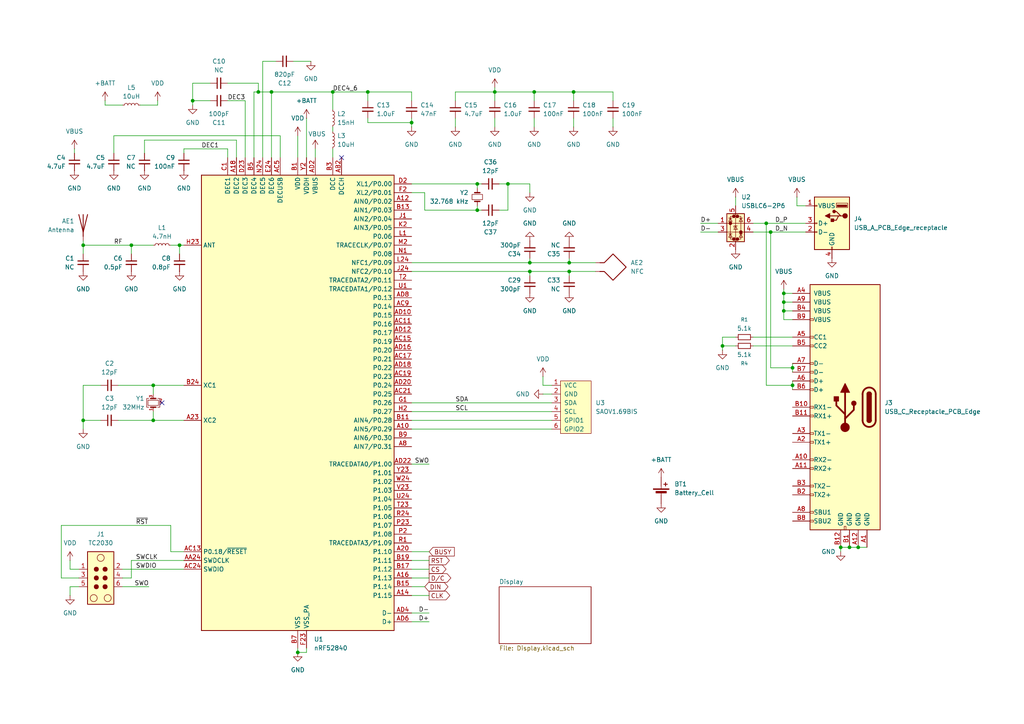
<source format=kicad_sch>
(kicad_sch (version 20250114) (generator "eeschema") (generator_version "9.0")
  (paper "A4")
  (lib_symbols
    (symbol "BooskieBadge:SAOV1.69BIS" (pin_names (offset 1.016))
      (property "Reference" "U3" (at 13.4112 1.2954 0))
      (property "Value" "SAO_v2" (at 13.4112 -1.016 0))
      (symbol "SAOV1.69BIS_1_1"
        (pin input line (at 1.27 6.35 0) (length 2.54) (name "VCC") (number "1"))
        (pin input line (at 1.27 3.81 0) (length 2.54) (name "GND") (number "2"))
        (pin input line (at 1.27 1.27 0) (length 2.54) (name "SDA") (number "3"))
        (pin input line (at 1.27 -1.27 0) (length 2.54) (name "SCL") (number "4"))
        (pin input line (at 1.27 -3.81 0) (length 2.54) (name "GPIO1") (number "5"))
        (pin input line (at 1.27 -6.35 0) (length 2.54) (name "GPIO2") (number "6"))
      )
    )
    (symbol "BooskieBadge:USB_A_PCB_Edge_receptacle" (pin_names (offset 1.016))
      (property "Reference" "J" (at -5.08 11.43 0))
      (property "Value" "USB_A_PCB_Edge_receptacle" (at -5.08 8.89 0))
      (symbol "USB_A_PCB_Edge_receptacle_1_1"
        (pin passive line (at -2.54 -10.16 90) (length 2.54) (hide yes) (name "Shield") (number "5"))
        (pin power_in line (at 0 -10.16 90) (length 2.54) (name "GND") (number "4"))
        (pin power_in line (at 7.62 5.08 180) (length 2.54) (name "VBUS") (number "1"))
        (pin bidirectional line (at 7.62 0 180) (length 2.54) (name "D+") (number "3"))
        (pin bidirectional line (at 7.62 -2.54 180) (length 2.54) (name "D-") (number "2"))
      )
    )
    (symbol "BooskieBadge:USB_C_Receptacle_PCB_Edge" (pin_names (offset 1.016))
      (property "Reference" "J" (at -10.16 37.338 0))
      (property "Value" "USB_C_Receptacle_PCB_Edge" (at 17.78 -37.592 0))
      (symbol "USB_C_Receptacle_PCB_Edge_1_1"
        (pin passive line (at -16.51 -38.1 90) (length 5.08) (hide yes) (name "SHIELD") (number "S1"))
        (pin passive line (at -6.35 -40.64 90) (length 5.08) (name "GND") (number "A1"))
        (pin passive line (at -3.81 -40.64 90) (length 5.08) (name "GND") (number "A12"))
        (pin passive line (at -1.27 -40.64 90) (length 5.08) (name "GND") (number "B1"))
        (pin passive line (at 1.27 -40.64 90) (length 5.08) (name "GND") (number "B12"))
        (pin passive line (at 15.24 33.02 180) (length 5.08) (name "VBUS") (number "A4"))
        (pin passive line (at 15.24 30.48 180) (length 5.08) (name "VBUS") (number "A9"))
        (pin passive line (at 15.24 27.94 180) (length 5.08) (name "VBUS") (number "B4"))
        (pin passive line (at 15.24 25.4 180) (length 5.08) (name "VBUS") (number "B9"))
        (pin bidirectional line (at 15.24 20.32 180) (length 5.08) (name "CC1") (number "A5"))
        (pin bidirectional line (at 15.24 17.78 180) (length 5.08) (name "CC2") (number "B5"))
        (pin bidirectional line (at 15.24 12.7 180) (length 5.08) (name "D-") (number "A7"))
        (pin bidirectional line (at 15.24 10.16 180) (length 5.08) (name "D-") (number "B7"))
        (pin bidirectional line (at 15.24 7.62 180) (length 5.08) (name "D+") (number "A6"))
        (pin bidirectional line (at 15.24 5.08 180) (length 5.08) (name "D+") (number "B6"))
        (pin bidirectional line (at 15.24 0 180) (length 5.08) (name "RX1-") (number "B10"))
        (pin bidirectional line (at 15.24 -2.54 180) (length 5.08) (name "RX1+") (number "B11"))
        (pin bidirectional line (at 15.24 -7.62 180) (length 5.08) (name "TX1-") (number "A3"))
        (pin bidirectional line (at 15.24 -10.16 180) (length 5.08) (name "TX1+") (number "A2"))
        (pin bidirectional line (at 15.24 -15.24 180) (length 5.08) (name "RX2-") (number "A10"))
        (pin bidirectional line (at 15.24 -17.78 180) (length 5.08) (name "RX2+") (number "A11"))
        (pin bidirectional line (at 15.24 -22.86 180) (length 5.08) (name "TX2-") (number "B3"))
        (pin bidirectional line (at 15.24 -25.4 180) (length 5.08) (name "TX2+") (number "B2"))
        (pin bidirectional line (at 15.24 -30.48 180) (length 5.08) (name "SBU1") (number "A8"))
        (pin bidirectional line (at 15.24 -33.02 180) (length 5.08) (name "SBU2") (number "B8"))
      )
    )
    (symbol "Connector:TC2030" (in_bom no)
      (property "Reference" "J" (at 1.27 8.89 0))
      (property "Value" "TC2030" (at 1.27 -8.89 0))
      (symbol "TC2030_1_1"
        (pin passive line (at -5.08 2.54 0) (length 2.54) (name "~") (number "1"))
        (pin passive line (at -5.08 0 0) (length 2.54) (name "~") (number "3"))
        (pin passive line (at -5.08 -2.54 0) (length 2.54) (name "~") (number "5"))
        (pin passive line (at 7.62 2.54 180) (length 2.54) (name "~") (number "2"))
        (pin passive line (at 7.62 0 180) (length 2.54) (name "~") (number "4"))
        (pin passive line (at 7.62 -2.54 180) (length 2.54) (name "~") (number "6"))
      )
    )
    (symbol "Device:Antenna" (pin_numbers (hide yes)) (pin_names (offset 1.016) (hide yes))
      (property "Reference" "AE" (at -1.905 1.905 0))
      (property "Value" "Antenna" (at -1.905 0 0))
      (symbol "Antenna_1_1"
        (pin input line (at 0 -5.08 90) (length 2.54) (name "A") (number "1"))
      )
    )
    (symbol "Device:Antenna_Loop" (pin_numbers (hide yes)) (pin_names (offset 1.016) (hide yes))
      (property "Reference" "AE" (at 1.27 6.35 0))
      (property "Value" "Antenna_Loop" (at 1.27 5.08 0))
      (symbol "Antenna_Loop_1_1"
        (pin input line (at 0 -5.08 90) (length 2.54) (name "~") (number "1"))
        (pin input line (at 2.54 -5.08 90) (length 2.54) (name "~") (number "2"))
      )
    )
    (symbol "Device:Battery_Cell" (pin_numbers (hide yes)) (pin_names (offset 0) (hide yes))
      (property "Reference" "BT" (at 2.54 2.54 0))
      (property "Value" "Battery_Cell" (at 2.54 0 0))
      (symbol "Battery_Cell_1_1"
        (pin passive line (at 0 5.08 270) (length 2.54) (name "+") (number "1"))
        (pin passive line (at 0 -2.54 90) (length 2.54) (name "-") (number "2"))
      )
    )
    (symbol "Device:C_Small" (pin_numbers (hide yes)) (pin_names (offset 0.254) (hide yes))
      (property "Reference" "C" (at 0.254 1.778 0))
      (property "Value" "C_Small" (at 0.254 -2.032 0))
      (symbol "C_Small_1_1"
        (pin passive line (at 0 2.54 270) (length 2.032) (name "~") (number "1"))
        (pin passive line (at 0 -2.54 90) (length 2.032) (name "~") (number "2"))
      )
    )
    (symbol "Device:Crystal_GND24_Small" (pin_names (offset 1.016) (hide yes))
      (property "Reference" "Y" (at 1.27 4.445 0))
      (property "Value" "Crystal_GND24_Small" (at 1.27 2.54 0))
      (symbol "Crystal_GND24_Small_1_1"
        (pin passive line (at -2.54 0 0) (length 1.27) (name "1") (number "1"))
        (pin passive line (at 0 -2.54 90) (length 0.635) (name "G") (number "2"))
        (pin passive line (at 0 -2.54 90) (length 0.635) (hide yes) (name "G") (number "4"))
        (pin passive line (at 2.54 0 180) (length 1.27) (name "3") (number "3"))
      )
    )
    (symbol "Device:Crystal_Small" (pin_numbers (hide yes)) (pin_names (offset 1.016) (hide yes))
      (property "Reference" "Y" (at 0 2.54 0))
      (property "Value" "Crystal_Small" (at 0 -2.54 0))
      (symbol "Crystal_Small_1_1"
        (pin passive line (at -2.54 0 0) (length 1.27) (name "1") (number "1"))
        (pin passive line (at 2.54 0 180) (length 1.27) (name "2") (number "2"))
      )
    )
    (symbol "Device:L_Small" (pin_numbers (hide yes)) (pin_names (offset 0.254) (hide yes))
      (property "Reference" "L" (at 0.762 1.016 0))
      (property "Value" "L_Small" (at 0.762 -1.016 0))
      (symbol "L_Small_1_1"
        (pin passive line (at 0 2.54 270) (length 0.508) (name "~") (number "1"))
        (pin passive line (at 0 -2.54 90) (length 0.508) (name "~") (number "2"))
      )
    )
    (symbol "Device:R_Small" (pin_numbers (hide yes)) (pin_names (offset 0.254) (hide yes))
      (property "Reference" "R" (at 0 0 90))
      (property "Value" "R_Small" (at 1.778 0 90))
      (symbol "R_Small_1_1"
        (pin passive line (at 0 2.54 270) (length 0.762) (name "~") (number "1"))
        (pin passive line (at 0 -2.54 90) (length 0.762) (name "~") (number "2"))
      )
    )
    (symbol "MCU_Nordic:nRF52840"
      (property "Reference" "U" (at 0 5.08 0))
      (property "Value" "nRF52840" (at 0 2.54 0))
      (symbol "nRF52840_1_1"
        (pin passive line (at -33.02 45.72 0) (length 5.08) (name "ANT") (number "H23"))
        (pin input line (at -33.02 5.08 0) (length 5.08) (name "XC1") (number "B24"))
        (pin input line (at -33.02 -5.08 0) (length 5.08) (name "XC2") (number "A23"))
        (pin bidirectional line (at -33.02 -43.18 0) (length 5.08) (name "P0.18/~{RESET}") (number "AC13"))
        (pin input line (at -33.02 -45.72 0) (length 5.08) (name "SWDCLK") (number "AA24"))
        (pin bidirectional line (at -33.02 -48.26 0) (length 5.08) (name "SWDIO") (number "AC24"))
        (pin passive line (at -20.32 71.12 270) (length 5.08) (name "DEC1") (number "C1"))
        (pin passive line (at -17.78 71.12 270) (length 5.08) (name "DEC2") (number "A18"))
        (pin passive line (at -15.24 71.12 270) (length 5.08) (name "DEC3") (number "D23"))
        (pin passive line (at -12.7 71.12 270) (length 5.08) (name "DEC4") (number "B5"))
        (pin passive line (at -10.16 71.12 270) (length 5.08) (name "DEC5") (number "N24"))
        (pin passive line (at -7.62 71.12 270) (length 5.08) (name "DEC6") (number "E24"))
        (pin passive line (at -5.08 71.12 270) (length 5.08) (name "DECUSB") (number "AC5"))
        (pin passive line (at 0 71.12 270) (length 5.08) (hide yes) (name "VDD") (number "A22"))
        (pin passive line (at 0 71.12 270) (length 5.08) (hide yes) (name "VDD") (number "AD14"))
        (pin passive line (at 0 71.12 270) (length 5.08) (hide yes) (name "VDD") (number "AD23"))
        (pin power_in line (at 0 71.12 270) (length 5.08) (name "VDD") (number "B1"))
        (pin passive line (at 0 71.12 270) (length 5.08) (hide yes) (name "VDD") (number "W1"))
        (pin power_in line (at 0 -71.12 90) (length 5.08) (name "VSS") (number "B7"))
        (pin passive line (at 0 -71.12 90) (length 5.08) (hide yes) (name "VSS") (number "EP"))
        (pin power_in line (at 2.54 71.12 270) (length 5.08) (name "VDDH") (number "Y2"))
        (pin power_in line (at 2.54 -71.12 90) (length 5.08) (name "VSS_PA") (number "F23"))
        (pin power_in line (at 5.08 71.12 270) (length 5.08) (name "VBUS") (number "AD2"))
        (pin power_out line (at 10.16 71.12 270) (length 5.08) (name "DCC") (number "B3"))
        (pin power_out line (at 12.7 71.12 270) (length 5.08) (name "DCCH") (number "AB2"))
        (pin bidirectional line (at 33.02 63.5 180) (length 5.08) (name "XL1/P0.00") (number "D2"))
        (pin bidirectional line (at 33.02 60.96 180) (length 5.08) (name "XL2/P0.01") (number "F2"))
        (pin bidirectional line (at 33.02 58.42 180) (length 5.08) (name "AIN0/P0.02") (number "A12"))
        (pin bidirectional line (at 33.02 55.88 180) (length 5.08) (name "AIN1/P0.03") (number "B13"))
        (pin bidirectional line (at 33.02 53.34 180) (length 5.08) (name "AIN2/P0.04") (number "J1"))
        (pin bidirectional line (at 33.02 50.8 180) (length 5.08) (name "AIN3/P0.05") (number "K2"))
        (pin bidirectional line (at 33.02 48.26 180) (length 5.08) (name "P0.06") (number "L1"))
        (pin bidirectional line (at 33.02 45.72 180) (length 5.08) (name "TRACECLK/P0.07") (number "M2"))
        (pin bidirectional line (at 33.02 43.18 180) (length 5.08) (name "P0.08") (number "N1"))
        (pin bidirectional line (at 33.02 40.64 180) (length 5.08) (name "NFC1/P0.09") (number "L24"))
        (pin bidirectional line (at 33.02 38.1 180) (length 5.08) (name "NFC2/P0.10") (number "J24"))
        (pin bidirectional line (at 33.02 35.56 180) (length 5.08) (name "TRACEDATA2/P0.11") (number "T2"))
        (pin bidirectional line (at 33.02 33.02 180) (length 5.08) (name "TRACEDATA1/P0.12") (number "U1"))
        (pin bidirectional line (at 33.02 30.48 180) (length 5.08) (name "P0.13") (number "AD8"))
        (pin bidirectional line (at 33.02 27.94 180) (length 5.08) (name "P0.14") (number "AC9"))
        (pin bidirectional line (at 33.02 25.4 180) (length 5.08) (name "P0.15") (number "AD10"))
        (pin bidirectional line (at 33.02 22.86 180) (length 5.08) (name "P0.16") (number "AC11"))
        (pin bidirectional line (at 33.02 20.32 180) (length 5.08) (name "P0.17") (number "AD12"))
        (pin bidirectional line (at 33.02 17.78 180) (length 5.08) (name "P0.19") (number "AC15"))
        (pin bidirectional line (at 33.02 15.24 180) (length 5.08) (name "P0.20") (number "AD16"))
        (pin bidirectional line (at 33.02 12.7 180) (length 5.08) (name "P0.21") (number "AC17"))
        (pin bidirectional line (at 33.02 10.16 180) (length 5.08) (name "P0.22") (number "AD18"))
        (pin bidirectional line (at 33.02 7.62 180) (length 5.08) (name "P0.23") (number "AC19"))
        (pin bidirectional line (at 33.02 5.08 180) (length 5.08) (name "P0.24") (number "AD20"))
        (pin bidirectional line (at 33.02 2.54 180) (length 5.08) (name "P0.25") (number "AC21"))
        (pin bidirectional line (at 33.02 0 180) (length 5.08) (name "P0.26") (number "G1"))
        (pin bidirectional line (at 33.02 -2.54 180) (length 5.08) (name "P0.27") (number "H2"))
        (pin bidirectional line (at 33.02 -5.08 180) (length 5.08) (name "AIN4/P0.28") (number "B11"))
        (pin bidirectional line (at 33.02 -7.62 180) (length 5.08) (name "AIN5/P0.29") (number "A10"))
        (pin bidirectional line (at 33.02 -10.16 180) (length 5.08) (name "AIN6/P0.30") (number "B9"))
        (pin bidirectional line (at 33.02 -12.7 180) (length 5.08) (name "AIN7/P0.31") (number "A8"))
        (pin bidirectional line (at 33.02 -17.78 180) (length 5.08) (name "TRACEDATA0/P1.00") (number "AD22"))
        (pin bidirectional line (at 33.02 -20.32 180) (length 5.08) (name "P1.01") (number "Y23"))
        (pin bidirectional line (at 33.02 -22.86 180) (length 5.08) (name "P1.02") (number "W24"))
        (pin bidirectional line (at 33.02 -25.4 180) (length 5.08) (name "P1.03") (number "V23"))
        (pin bidirectional line (at 33.02 -27.94 180) (length 5.08) (name "P1.04") (number "U24"))
        (pin bidirectional line (at 33.02 -30.48 180) (length 5.08) (name "P1.05") (number "T23"))
        (pin bidirectional line (at 33.02 -33.02 180) (length 5.08) (name "P1.06") (number "R24"))
        (pin bidirectional line (at 33.02 -35.56 180) (length 5.08) (name "P1.07") (number "P23"))
        (pin bidirectional line (at 33.02 -38.1 180) (length 5.08) (name "P1.08") (number "P2"))
        (pin bidirectional line (at 33.02 -40.64 180) (length 5.08) (name "TRACEDATA3/P1.09") (number "R1"))
        (pin bidirectional line (at 33.02 -43.18 180) (length 5.08) (name "P1.10") (number "A20"))
        (pin bidirectional line (at 33.02 -45.72 180) (length 5.08) (name "P1.11") (number "B19"))
        (pin bidirectional line (at 33.02 -48.26 180) (length 5.08) (name "P1.12") (number "B17"))
        (pin bidirectional line (at 33.02 -50.8 180) (length 5.08) (name "P1.13") (number "A16"))
        (pin bidirectional line (at 33.02 -53.34 180) (length 5.08) (name "P1.14") (number "B15"))
        (pin bidirectional line (at 33.02 -55.88 180) (length 5.08) (name "P1.15") (number "A14"))
        (pin bidirectional line (at 33.02 -60.96 180) (length 5.08) (name "D-") (number "AD4"))
        (pin bidirectional line (at 33.02 -63.5 180) (length 5.08) (name "D+") (number "AD6"))
      )
    )
    (symbol "Power_Protection:USBLC6-2P6" (pin_names (hide yes))
      (property "Reference" "U" (at 0.635 5.715 0))
      (property "Value" "USBLC6-2P6" (at 0.635 3.81 0))
      (symbol "USBLC6-2P6_1_1"
        (pin passive line (at -5.08 0 0) (length 2.54) (name "I/O1") (number "1"))
        (pin passive line (at -5.08 -2.54 0) (length 2.54) (name "I/O2") (number "3"))
        (pin passive line (at 0 5.08 270) (length 2.54) (name "VBUS") (number "5"))
        (pin passive line (at 0 -7.62 90) (length 2.54) (name "GND") (number "2"))
        (pin passive line (at 5.08 0 180) (length 2.54) (name "I/O1") (number "6"))
        (pin passive line (at 5.08 -2.54 180) (length 2.54) (name "I/O2") (number "4"))
      )
    )
    (symbol "power:+BATT" (power) (pin_numbers (hide yes)) (pin_names (offset 0) (hide yes))
      (property "Value" "+BATT" (at 0 3.556 0))
      (symbol "+BATT_1_1"
        (pin power_in line (at 0 0 90) (length 0) (name "~") (number "1"))
      )
    )
    (symbol "power:GND" (power) (pin_numbers (hide yes)) (pin_names (offset 0) (hide yes))
      (property "Value" "GND" (at 0 -3.81 0))
      (symbol "GND_1_1"
        (pin power_in line (at 0 0 270) (length 0) (name "~") (number "1"))
      )
    )
    (symbol "power:VBUS" (power) (pin_numbers (hide yes)) (pin_names (offset 0) (hide yes))
      (property "Value" "VBUS" (at 0 3.556 0))
      (symbol "VBUS_1_1"
        (pin power_in line (at 0 0 90) (length 0) (name "~") (number "1"))
      )
    )
    (symbol "power:VDD" (power) (pin_numbers (hide yes)) (pin_names (offset 0) (hide yes))
      (property "Value" "VDD" (at 0 3.556 0))
      (symbol "VDD_1_1"
        (pin power_in line (at 0 0 90) (length 0) (name "~") (number "1"))
      )
    )
  )
  (junction (at 138.43 60.96))
  (junction (at 229.87 106.68))
  (junction (at 223.52 67.31))
  (junction (at 55.88 29.21))
  (junction (at 229.87 111.76))
  (junction (at 86.36 189.23))
  (junction (at 243.84 158.75))
  (junction (at 74.93 26.67))
  (junction (at 222.25 64.77))
  (junction (at 106.68 26.67))
  (junction (at 52.07 71.12))
  (junction (at 248.92 158.75))
  (junction (at 143.51 26.67))
  (junction (at 44.45 121.92))
  (junction (at 209.55 100.33))
  (junction (at 138.43 53.34))
  (junction (at 165.1 76.2))
  (junction (at 44.45 111.76))
  (junction (at 96.52 26.67))
  (junction (at 24.13 121.92))
  (junction (at 246.38 158.75))
  (junction (at 38.1 71.12))
  (junction (at 119.38 35.56))
  (junction (at 227.33 90.17))
  (junction (at 154.94 26.67))
  (junction (at 166.37 26.67))
  (junction (at 24.13 71.12))
  (junction (at 147.32 53.34))
  (junction (at 153.67 76.2))
  (junction (at 78.74 26.67))
  (junction (at 227.33 87.63))
  (junction (at 165.1 78.74))
  (junction (at 153.67 78.74))
  (junction (at 227.33 85.09))
  (no_connect (at 46.99 116.84))
  (no_connect (at 99.06 45.72))
  (wire (pts (xy 49.53 71.12) (xy 52.07 71.12)))
  (wire (pts (xy 60.96 24.13) (xy 55.88 24.13)))
  (wire (pts (xy 119.38 119.38) (xy 160.02 119.38)))
  (wire (pts (xy 17.78 152.4) (xy 49.53 152.4)))
  (wire (pts (xy 119.38 172.72) (xy 124.46 172.72)))
  (wire (pts (xy 119.38 162.56) (xy 124.46 162.56)))
  (wire (pts (xy 33.02 39.37) (xy 33.02 44.45)))
  (wire (pts (xy 55.88 30.48) (xy 55.88 29.21)))
  (wire (pts (xy 229.87 106.68) (xy 229.87 107.95)))
  (wire (pts (xy 24.13 71.12) (xy 38.1 71.12)))
  (wire (pts (xy 66.04 29.21) (xy 71.12 29.21)))
  (wire (pts (xy 44.45 121.92) (xy 44.45 119.38)))
  (wire (pts (xy 71.12 29.21) (xy 71.12 45.72)))
  (wire (pts (xy 203.2 64.77) (xy 208.28 64.77)))
  (wire (pts (xy 157.48 111.76) (xy 157.48 109.22)))
  (wire (pts (xy 227.33 90.17) (xy 227.33 92.71)))
  (wire (pts (xy 38.1 73.66) (xy 38.1 71.12)))
  (wire (pts (xy 227.33 87.63) (xy 229.87 87.63)))
  (wire (pts (xy 55.88 24.13) (xy 55.88 29.21)))
  (wire (pts (xy 144.78 53.34) (xy 147.32 53.34)))
  (wire (pts (xy 172.72 78.74) (xy 165.1 78.74)))
  (wire (pts (xy 66.04 43.18) (xy 66.04 45.72)))
  (wire (pts (xy 124.46 134.62) (xy 119.38 134.62)))
  (wire (pts (xy 78.74 26.67) (xy 96.52 26.67)))
  (wire (pts (xy 222.25 64.77) (xy 233.68 64.77)))
  (wire (pts (xy 106.68 26.67) (xy 96.52 26.67)))
  (wire (pts (xy 86.36 39.37) (xy 86.36 45.72)))
  (wire (pts (xy 33.02 39.37) (xy 81.28 39.37)))
  (wire (pts (xy 90.17 17.78) (xy 85.09 17.78)))
  (wire (pts (xy 153.67 78.74) (xy 153.67 80.01)))
  (wire (pts (xy 49.53 160.02) (xy 53.34 160.02)))
  (wire (pts (xy 20.32 172.72) (xy 20.32 170.18)))
  (wire (pts (xy 44.45 111.76) (xy 44.45 114.3)))
  (wire (pts (xy 52.07 71.12) (xy 53.34 71.12)))
  (wire (pts (xy 243.84 158.75) (xy 246.38 158.75)))
  (wire (pts (xy 119.38 55.88) (xy 123.19 55.88)))
  (wire (pts (xy 147.32 60.96) (xy 144.78 60.96)))
  (wire (pts (xy 106.68 34.29) (xy 106.68 35.56)))
  (wire (pts (xy 74.93 26.67) (xy 74.93 24.13)))
  (wire (pts (xy 74.93 24.13) (xy 66.04 24.13)))
  (wire (pts (xy 172.72 76.2) (xy 165.1 76.2)))
  (wire (pts (xy 227.33 83.82) (xy 227.33 85.09)))
  (wire (pts (xy 73.66 26.67) (xy 74.93 26.67)))
  (wire (pts (xy 119.38 76.2) (xy 153.67 76.2)))
  (wire (pts (xy 227.33 85.09) (xy 229.87 85.09)))
  (wire (pts (xy 41.91 40.64) (xy 68.58 40.64)))
  (wire (pts (xy 154.94 26.67) (xy 166.37 26.67)))
  (wire (pts (xy 17.78 167.64) (xy 17.78 152.4)))
  (wire (pts (xy 231.14 57.15) (xy 231.14 59.69)))
  (wire (pts (xy 203.2 67.31) (xy 208.28 67.31)))
  (wire (pts (xy 119.38 29.21) (xy 119.38 26.67)))
  (wire (pts (xy 34.29 111.76) (xy 44.45 111.76)))
  (wire (pts (xy 209.55 100.33) (xy 209.55 97.79)))
  (wire (pts (xy 165.1 74.93) (xy 165.1 76.2)))
  (wire (pts (xy 35.56 165.1) (xy 53.34 165.1)))
  (wire (pts (xy 43.18 170.18) (xy 35.56 170.18)))
  (wire (pts (xy 30.48 29.21) (xy 30.48 30.48)))
  (wire (pts (xy 165.1 78.74) (xy 153.67 78.74)))
  (wire (pts (xy 132.08 26.67) (xy 143.51 26.67)))
  (wire (pts (xy 76.2 17.78) (xy 80.01 17.78)))
  (wire (pts (xy 227.33 92.71) (xy 229.87 92.71)))
  (wire (pts (xy 229.87 106.68) (xy 223.52 106.68)))
  (wire (pts (xy 119.38 26.67) (xy 106.68 26.67)))
  (wire (pts (xy 24.13 73.66) (xy 24.13 71.12)))
  (wire (pts (xy 119.38 121.92) (xy 160.02 121.92)))
  (wire (pts (xy 24.13 121.92) (xy 24.13 111.76)))
  (wire (pts (xy 76.2 45.72) (xy 76.2 17.78)))
  (wire (pts (xy 154.94 36.83) (xy 154.94 34.29)))
  (wire (pts (xy 30.48 30.48) (xy 35.56 30.48)))
  (wire (pts (xy 24.13 69.85) (xy 24.13 71.12)))
  (wire (pts (xy 223.52 106.68) (xy 223.52 67.31)))
  (wire (pts (xy 243.84 158.75) (xy 243.84 160.02)))
  (wire (pts (xy 106.68 26.67) (xy 106.68 29.21)))
  (wire (pts (xy 138.43 53.34) (xy 139.7 53.34)))
  (wire (pts (xy 229.87 111.76) (xy 222.25 111.76)))
  (wire (pts (xy 119.38 170.18) (xy 123.19 170.18)))
  (wire (pts (xy 231.14 59.69) (xy 233.68 59.69)))
  (wire (pts (xy 154.94 26.67) (xy 143.51 26.67)))
  (wire (pts (xy 119.38 35.56) (xy 119.38 36.83)))
  (wire (pts (xy 138.43 60.96) (xy 138.43 59.69)))
  (wire (pts (xy 227.33 87.63) (xy 227.33 90.17)))
  (wire (pts (xy 52.07 71.12) (xy 52.07 73.66)))
  (wire (pts (xy 143.51 26.67) (xy 143.51 25.4)))
  (wire (pts (xy 119.38 116.84) (xy 160.02 116.84)))
  (wire (pts (xy 106.68 35.56) (xy 119.38 35.56)))
  (wire (pts (xy 227.33 90.17) (xy 229.87 90.17)))
  (wire (pts (xy 218.44 64.77) (xy 222.25 64.77)))
  (wire (pts (xy 34.29 121.92) (xy 44.45 121.92)))
  (wire (pts (xy 246.38 158.75) (xy 248.92 158.75)))
  (wire (pts (xy 88.9 34.29) (xy 88.9 45.72)))
  (wire (pts (xy 20.32 170.18) (xy 22.86 170.18)))
  (wire (pts (xy 154.94 29.21) (xy 154.94 26.67)))
  (wire (pts (xy 209.55 97.79) (xy 213.36 97.79)))
  (wire (pts (xy 124.46 180.34) (xy 119.38 180.34)))
  (wire (pts (xy 153.67 53.34) (xy 147.32 53.34)))
  (wire (pts (xy 119.38 160.02) (xy 124.46 160.02)))
  (wire (pts (xy 124.46 177.8) (xy 119.38 177.8)))
  (wire (pts (xy 166.37 29.21) (xy 166.37 26.67)))
  (wire (pts (xy 74.93 26.67) (xy 78.74 26.67)))
  (wire (pts (xy 143.51 36.83) (xy 143.51 34.29)))
  (wire (pts (xy 96.52 26.67) (xy 96.52 31.75)))
  (wire (pts (xy 35.56 167.64) (xy 38.1 167.64)))
  (wire (pts (xy 78.74 26.67) (xy 78.74 45.72)))
  (wire (pts (xy 41.91 44.45) (xy 41.91 40.64)))
  (wire (pts (xy 53.34 44.45) (xy 53.34 43.18)))
  (wire (pts (xy 44.45 111.76) (xy 53.34 111.76)))
  (wire (pts (xy 119.38 167.64) (xy 124.46 167.64)))
  (wire (pts (xy 166.37 26.67) (xy 177.8 26.67)))
  (wire (pts (xy 24.13 121.92) (xy 29.21 121.92)))
  (wire (pts (xy 123.19 55.88) (xy 123.19 60.96)))
  (wire (pts (xy 218.44 67.31) (xy 223.52 67.31)))
  (wire (pts (xy 153.67 53.34) (xy 153.67 55.88)))
  (wire (pts (xy 218.44 97.79) (xy 229.87 97.79)))
  (wire (pts (xy 209.55 100.33) (xy 213.36 100.33)))
  (wire (pts (xy 138.43 54.61) (xy 138.43 53.34)))
  (wire (pts (xy 86.36 189.23) (xy 86.36 187.96)))
  (wire (pts (xy 177.8 29.21) (xy 177.8 26.67)))
  (wire (pts (xy 88.9 189.23) (xy 86.36 189.23)))
  (wire (pts (xy 81.28 39.37) (xy 81.28 45.72)))
  (wire (pts (xy 229.87 105.41) (xy 229.87 106.68)))
  (wire (pts (xy 22.86 165.1) (xy 20.32 165.1)))
  (wire (pts (xy 21.59 44.45) (xy 21.59 43.18)))
  (wire (pts (xy 227.33 85.09) (xy 227.33 87.63)))
  (wire (pts (xy 177.8 36.83) (xy 177.8 34.29)))
  (wire (pts (xy 53.34 121.92) (xy 44.45 121.92)))
  (wire (pts (xy 22.86 167.64) (xy 17.78 167.64)))
  (wire (pts (xy 123.19 60.96) (xy 138.43 60.96)))
  (wire (pts (xy 132.08 36.83) (xy 132.08 34.29)))
  (wire (pts (xy 119.38 53.34) (xy 138.43 53.34)))
  (wire (pts (xy 143.51 26.67) (xy 143.51 29.21)))
  (wire (pts (xy 38.1 71.12) (xy 44.45 71.12)))
  (wire (pts (xy 223.52 67.31) (xy 233.68 67.31)))
  (wire (pts (xy 73.66 45.72) (xy 73.66 26.67)))
  (wire (pts (xy 229.87 111.76) (xy 229.87 113.03)))
  (wire (pts (xy 138.43 60.96) (xy 139.7 60.96)))
  (wire (pts (xy 229.87 110.49) (xy 229.87 111.76)))
  (wire (pts (xy 68.58 40.64) (xy 68.58 45.72)))
  (wire (pts (xy 209.55 101.6) (xy 209.55 100.33)))
  (wire (pts (xy 213.36 57.15) (xy 213.36 59.69)))
  (wire (pts (xy 165.1 76.2) (xy 153.67 76.2)))
  (wire (pts (xy 153.67 76.2) (xy 153.67 74.93)))
  (wire (pts (xy 24.13 111.76) (xy 29.21 111.76)))
  (wire (pts (xy 96.52 36.83) (xy 96.52 38.1)))
  (wire (pts (xy 119.38 34.29) (xy 119.38 35.56)))
  (wire (pts (xy 119.38 124.46) (xy 160.02 124.46)))
  (wire (pts (xy 147.32 53.34) (xy 147.32 60.96)))
  (wire (pts (xy 91.44 43.18) (xy 91.44 45.72)))
  (wire (pts (xy 119.38 165.1) (xy 124.46 165.1)))
  (wire (pts (xy 96.52 43.18) (xy 96.52 45.72)))
  (wire (pts (xy 24.13 124.46) (xy 24.13 121.92)))
  (wire (pts (xy 20.32 165.1) (xy 20.32 162.56)))
  (wire (pts (xy 119.38 78.74) (xy 153.67 78.74)))
  (wire (pts (xy 38.1 167.64) (xy 38.1 162.56)))
  (wire (pts (xy 132.08 26.67) (xy 132.08 29.21)))
  (wire (pts (xy 166.37 36.83) (xy 166.37 34.29)))
  (wire (pts (xy 218.44 100.33) (xy 229.87 100.33)))
  (wire (pts (xy 49.53 152.4) (xy 49.53 160.02)))
  (wire (pts (xy 222.25 111.76) (xy 222.25 64.77)))
  (wire (pts (xy 53.34 43.18) (xy 66.04 43.18)))
  (wire (pts (xy 165.1 80.01) (xy 165.1 78.74)))
  (wire (pts (xy 88.9 187.96) (xy 88.9 189.23)))
  (wire (pts (xy 55.88 29.21) (xy 60.96 29.21)))
  (wire (pts (xy 157.48 114.3) (xy 160.02 114.3)))
  (wire (pts (xy 45.72 30.48) (xy 40.64 30.48)))
  (wire (pts (xy 38.1 162.56) (xy 53.34 162.56)))
  (wire (pts (xy 248.92 158.75) (xy 251.46 158.75)))
  (wire (pts (xy 160.02 111.76) (xy 157.48 111.76)))
  (wire (pts (xy 45.72 29.21) (xy 45.72 30.48)))
  (label "SDA" (at 132.08 116.84 0))
  (label "D-" (at 124.46 177.8 180))
  (label "SWO" (at 43.18 170.18 180))
  (label "DEC3" (at 71.12 29.21 180))
  (label "D-" (at 203.2 67.31 0))
  (label "DEC1" (at 58.42 43.18 0))
  (label "RF" (at 33.02 71.12 0))
  (label "SCL" (at 132.08 119.38 0))
  (label "DEC4_6" (at 96.52 26.67 0))
  (label "D+" (at 203.2 64.77 0))
  (label "D_P" (at 224.7878 64.77 0))
  (label "SWDIO" (at 39.37 165.1 0))
  (label "~{RST}" (at 39.37 152.4 0))
  (label "D+" (at 124.46 180.34 180))
  (label "SWCLK" (at 39.37 162.56 0))
  (label "D_N" (at 224.7878 67.31 0))
  (label "SWO" (at 124.46 134.62 180))
  (global_label "D{slash}C" (shape output) (at 124.46 167.64 0) (property "Intersheetrefs" "${INTERSHEET_REFS}" (effects (hide yes))))
  (global_label "BUSY" (shape input) (at 124.46 160.02 0) (property "Intersheetrefs" "${INTERSHEET_REFS}" (effects (hide yes))))
  (global_label "DIN" (shape bidirectional) (at 123.19 170.18 0) (property "Intersheetrefs" "${INTERSHEET_REFS}" (effects (hide yes))))
  (global_label "CS" (shape output) (at 124.46 165.1 0) (property "Intersheetrefs" "${INTERSHEET_REFS}" (effects (hide yes))))
  (global_label "CLK" (shape output) (at 124.46 172.72 0) (property "Intersheetrefs" "${INTERSHEET_REFS}" (effects (hide yes))))
  (global_label "RST" (shape output) (at 124.46 162.56 0) (property "Intersheetrefs" "${INTERSHEET_REFS}" (effects (hide yes))))
  (symbol (lib_id "Device:C_Small") (at 63.5 29.21 90) (mirror x) (unit 1)
    (property "Reference" "C11" (at 63.5063 35.56 90))
    (property "Value" "100pF" (at 63.5063 33.02 90))
    (property "Footprint" "Capacitor_SMD:C_0402_1005Metric" (effects (hide yes)))
    (property "Description" "Unpolarized capacitor, small symbol" (effects (hide yes)))
  )
  (symbol (lib_id "power:GND") (at 24.13 78.74 0) (unit 1)
    (property "Reference" "#PWR02" (effects (hide yes)))
    (property "Value" "GND" (at 24.13 83.82 0))
    (property "Description" "Power symbol creates a global label with name \"GND\" , ground" (effects (hide yes)))
  )
  (symbol (lib_id "power:GND") (at 153.67 85.09 0) (unit 1)
    (property "Reference" "#PWR045" (effects (hide yes)))
    (property "Value" "GND" (at 153.67 90.17 0))
    (property "Description" "Power symbol creates a global label with name \"GND\" , ground" (effects (hide yes)))
  )
  (symbol (lib_id "power:GND") (at 55.88 30.48 0) (mirror y) (unit 1)
    (property "Reference" "#PWR010" (effects (hide yes)))
    (property "Value" "GND" (at 55.88 35.56 0))
    (property "Description" "Power symbol creates a global label with name \"GND\" , ground" (effects (hide yes)))
  )
  (symbol (lib_id "Device:C_Small") (at 177.8 31.75 0) (unit 1)
    (property "Reference" "C19" (at 180.34 30.4862 0) (effects (justify left)))
    (property "Value" "100nF" (at 180.34 33.0262 0) (effects (justify left)))
    (property "Footprint" "Capacitor_SMD:C_0402_1005Metric" (effects (hide yes)))
    (property "Description" "Unpolarized capacitor, small symbol" (effects (hide yes)))
  )
  (symbol (lib_id "power:GND") (at 213.36 72.39 0) (unit 1)
    (property "Reference" "#PWR053" (effects (hide yes)))
    (property "Value" "GND" (at 213.36 77.47 0))
    (property "Description" "Power symbol creates a global label with name \"GND\" , ground" (effects (hide yes)))
  )
  (symbol (lib_id "MCU_Nordic:nRF52840") (at 86.36 116.84 0) (unit 1)
    (property "Reference" "U1" (at 91.0433 185.42 0) (effects (justify left)))
    (property "Value" "nRF52840" (at 91.0433 187.96 0) (effects (justify left)))
    (property "Footprint" "Package_DFN_QFN:Nordic_AQFN-73-1EP_7x7mm_P0.5mm" (effects (hide yes)))
    (property "Datasheet" "http://infocenter.nordicsemi.com/topic/com.nordic.infocenter.nrf52/dita/nrf52/chips/nrf52840.html" (effects (hide yes)))
    (property "Description" "Multiprotocol BLE/ANT/2.4 GHz/802.15.4 Cortex-M4F SoC, AQFN-73" (effects (hide yes)))
  )
  (symbol (lib_id "Device:L_Small") (at 46.99 71.12 90) (unit 1)
    (property "Reference" "L1" (at 46.99 66.04 90))
    (property "Value" "4.7nH" (at 46.99 68.58 90))
    (property "Footprint" "Inductor_SMD:L_0402_1005Metric" (effects (hide yes)))
    (property "Description" "Inductor, small symbol" (effects (hide yes)))
  )
  (symbol (lib_id "power:VBUS") (at 231.14 57.15 0) (mirror y) (unit 1)
    (property "Reference" "#PWR050" (effects (hide yes)))
    (property "Value" "VBUS" (at 231.14 52.07 0))
    (property "Description" "Power symbol creates a global label with name \"VBUS\"" (effects (hide yes)))
  )
  (symbol (lib_id "Device:C_Small") (at 106.68 31.75 0) (unit 1)
    (property "Reference" "C13" (at 109.22 30.4862 0) (effects (justify left)))
    (property "Value" "1.0uF" (at 109.22 33.0262 0) (effects (justify left)))
    (property "Footprint" "Capacitor_SMD:C_0603_1608Metric" (effects (hide yes)))
    (property "Description" "Unpolarized capacitor, small symbol" (effects (hide yes)))
  )
  (symbol (lib_id "power:VDD") (at 45.72 29.21 0) (unit 1)
    (property "Reference" "#PWR042" (effects (hide yes)))
    (property "Value" "VDD" (at 45.72 24.13 0))
    (property "Description" "Power symbol creates a global label with name \"VDD\"" (effects (hide yes)))
  )
  (symbol (lib_id "Device:C_Small") (at 154.94 31.75 0) (unit 1)
    (property "Reference" "C17" (at 157.48 30.4862 0) (effects (justify left)))
    (property "Value" "100nF" (at 157.48 33.0262 0) (effects (justify left)))
    (property "Footprint" "Capacitor_SMD:C_0402_1005Metric" (effects (hide yes)))
    (property "Description" "Unpolarized capacitor, small symbol" (effects (hide yes)))
  )
  (symbol (lib_id "Device:C_Small") (at 142.24 53.34 90) (unit 1)
    (property "Reference" "C36" (at 142.2463 46.99 90))
    (property "Value" "12pF" (at 142.2463 49.53 90))
    (property "Footprint" "Capacitor_SMD:C_0402_1005Metric" (effects (hide yes)))
    (property "Description" "Unpolarized capacitor, small symbol" (effects (hide yes)))
  )
  (symbol (lib_id "power:GND") (at 241.3 74.93 0) (unit 1)
    (property "Reference" "#PWR049" (effects (hide yes)))
    (property "Value" "GND" (at 241.3 80.01 0))
    (property "Description" "Power symbol creates a global label with name \"GND\" , ground" (effects (hide yes)))
  )
  (symbol (lib_id "power:GND") (at 191.77 146.05 0) (unit 1)
    (property "Reference" "#PWR061" (effects (hide yes)))
    (property "Value" "GND" (at 191.77 151.13 0))
    (property "Description" "Power symbol creates a global label with name \"GND\" , ground" (effects (hide yes)))
  )
  (symbol (lib_id "power:GND") (at 20.32 172.72 0) (mirror y) (unit 1)
    (property "Reference" "#PWR023" (effects (hide yes)))
    (property "Value" "GND" (at 20.32 177.8 0))
    (property "Description" "Power symbol creates a global label with name \"GND\" , ground" (effects (hide yes)))
  )
  (symbol (lib_id "Device:Crystal_GND24_Small") (at 44.45 116.84 90) (unit 1)
    (property "Reference" "Y1" (at 41.91 115.5699 90) (effects (justify left)))
    (property "Value" "32MHz" (at 41.91 118.1099 90) (effects (justify left)))
    (property "Footprint" "Crystal:Crystal_SMD_2016-4Pin_2.0x1.6mm" (effects (hide yes)))
    (property "Description" "Four pin crystal, GND on pins 2 and 4, small symbol" (effects (hide yes)))
  )
  (symbol (lib_id "power:VBUS") (at 227.33 83.82 0) (mirror y) (unit 1)
    (property "Reference" "#PWR051" (effects (hide yes)))
    (property "Value" "VBUS" (at 227.33 78.74 0))
    (property "Description" "Power symbol creates a global label with name \"VBUS\"" (effects (hide yes)))
  )
  (symbol (lib_id "power:GND") (at 24.13 124.46 0) (mirror y) (unit 1)
    (property "Reference" "#PWR01" (effects (hide yes)))
    (property "Value" "GND" (at 24.13 129.54 0))
    (property "Description" "Power symbol creates a global label with name \"GND\" , ground" (effects (hide yes)))
  )
  (symbol (lib_id "power:GND") (at 143.51 36.83 0) (unit 1)
    (property "Reference" "#PWR018" (effects (hide yes)))
    (property "Value" "GND" (at 143.51 41.91 0))
    (property "Description" "Power symbol creates a global label with name \"GND\" , ground" (effects (hide yes)))
  )
  (symbol (lib_id "power:GND") (at 166.37 36.83 0) (unit 1)
    (property "Reference" "#PWR020" (effects (hide yes)))
    (property "Value" "GND" (at 166.37 41.91 0))
    (property "Description" "Power symbol creates a global label with name \"GND\" , ground" (effects (hide yes)))
  )
  (symbol (lib_id "power:+BATT") (at 88.9 34.29 0) (unit 1)
    (property "Reference" "#PWR041" (effects (hide yes)))
    (property "Value" "+BATT" (at 88.9 29.21 0))
    (property "Description" "Power symbol creates a global label with name \"+BATT\"" (effects (hide yes)))
  )
  (symbol (lib_id "Device:C_Small") (at 33.02 46.99 0) (mirror y) (unit 1)
    (property "Reference" "C5" (at 30.48 45.7262 0) (effects (justify left)))
    (property "Value" "4.7uF" (at 30.48 48.2662 0) (effects (justify left)))
    (property "Footprint" "Capacitor_SMD:C_0603_1608Metric" (effects (hide yes)))
    (property "Description" "Unpolarized capacitor, small symbol" (effects (hide yes)))
  )
  (symbol (lib_id "Device:Crystal_Small") (at 138.43 57.15 90) (unit 1)
    (property "Reference" "Y2" (at 135.89 55.8799 90) (effects (justify left)))
    (property "Value" "32.768 kHz" (at 135.89 58.4199 90) (effects (justify left)))
    (property "Footprint" "Crystal:Crystal_SMD_3215-2Pin_3.2x1.5mm" (effects (hide yes)))
    (property "Description" "Two pin crystal, small symbol" (effects (hide yes)))
  )
  (symbol (lib_id "power:GND") (at 41.91 49.53 0) (unit 1)
    (property "Reference" "#PWR07" (effects (hide yes)))
    (property "Value" "GND" (at 41.91 54.61 0))
    (property "Description" "Power symbol creates a global label with name \"GND\" , ground" (effects (hide yes)))
  )
  (symbol (lib_id "power:VDD") (at 143.51 25.4 0) (unit 1)
    (property "Reference" "#PWR017" (effects (hide yes)))
    (property "Value" "VDD" (at 143.51 20.32 0))
    (property "Description" "Power symbol creates a global label with name \"VDD\"" (effects (hide yes)))
  )
  (symbol (lib_id "power:GND") (at 52.07 78.74 0) (unit 1)
    (property "Reference" "#PWR08" (effects (hide yes)))
    (property "Value" "GND" (at 52.07 83.82 0))
    (property "Description" "Power symbol creates a global label with name \"GND\" , ground" (effects (hide yes)))
  )
  (symbol (lib_id "Device:R_Small") (at 215.9 100.33 90) (mirror x) (unit 1)
    (property "Reference" "R4" (at 215.9 105.41 90) (effects (font (size 1.016 1.016))))
    (property "Value" "5.1k" (at 215.9 102.87 90))
    (property "Footprint" "Resistor_SMD:R_0402_1005Metric" (effects (hide yes)))
    (property "Description" "Resistor, small symbol" (effects (hide yes)))
  )
  (symbol (lib_id "power:GND") (at 165.1 69.85 0) (mirror x) (unit 1)
    (property "Reference" "#PWR048" (effects (hide yes)))
    (property "Value" "GND" (at 165.1 64.77 0))
    (property "Description" "Power symbol creates a global label with name \"GND\" , ground" (effects (hide yes)))
  )
  (symbol (lib_id "Device:C_Small") (at 82.55 17.78 90) (mirror x) (unit 1)
    (property "Reference" "C12" (at 82.5563 24.13 90))
    (property "Value" "820pF" (at 82.5563 21.59 90))
    (property "Footprint" "Capacitor_SMD:C_0402_1005Metric" (effects (hide yes)))
    (property "Description" "Unpolarized capacitor, small symbol" (effects (hide yes)))
  )
  (symbol (lib_id "Device:C_Small") (at 165.1 72.39 180) (unit 1)
    (property "Reference" "C35" (at 162.56 73.6538 0) (effects (justify left)))
    (property "Value" "NC" (at 162.56 71.1138 0) (effects (justify left)))
    (property "Footprint" "Capacitor_SMD:C_0402_1005Metric" (effects (hide yes)))
    (property "Description" "Unpolarized capacitor, small symbol" (effects (hide yes)))
  )
  (symbol (lib_id "Device:C_Small") (at 166.37 31.75 0) (unit 1)
    (property "Reference" "C18" (at 168.91 30.4862 0) (effects (justify left)))
    (property "Value" "100nF" (at 168.91 33.0262 0) (effects (justify left)))
    (property "Footprint" "Capacitor_SMD:C_0402_1005Metric" (effects (hide yes)))
    (property "Description" "Unpolarized capacitor, small symbol" (effects (hide yes)))
  )
  (symbol (lib_id "power:GND") (at 157.48 114.3 270) (unit 1)
    (property "Reference" "#PWR057" (effects (hide yes)))
    (property "Value" "GND" (at 153.67 114.2999 90) (effects (justify right)))
    (property "Description" "Power symbol creates a global label with name \"GND\" , ground" (effects (hide yes)))
  )
  (symbol (lib_id "power:GND") (at 119.38 36.83 0) (unit 1)
    (property "Reference" "#PWR015" (effects (hide yes)))
    (property "Value" "GND" (at 119.38 41.91 0))
    (property "Description" "Power symbol creates a global label with name \"GND\" , ground" (effects (hide yes)))
  )
  (symbol (lib_id "Device:R_Small") (at 215.9 97.79 90) (unit 1)
    (property "Reference" "R1" (at 215.9 92.71 90) (effects (font (size 1.016 1.016))))
    (property "Value" "5.1k" (at 215.9 95.25 90))
    (property "Footprint" "Resistor_SMD:R_0402_1005Metric" (effects (hide yes)))
    (property "Description" "Resistor, small symbol" (effects (hide yes)))
  )
  (symbol (lib_id "power:VBUS") (at 21.59 43.18 0) (mirror y) (unit 1)
    (property "Reference" "#PWR03" (effects (hide yes)))
    (property "Value" "VBUS" (at 21.59 38.1 0))
    (property "Description" "Power symbol creates a global label with name \"VBUS\"" (effects (hide yes)))
  )
  (symbol (lib_id "power:GND") (at 165.1 85.09 0) (unit 1)
    (property "Reference" "#PWR046" (effects (hide yes)))
    (property "Value" "GND" (at 165.1 90.17 0))
    (property "Description" "Power symbol creates a global label with name \"GND\" , ground" (effects (hide yes)))
  )
  (symbol (lib_id "power:VDD") (at 20.32 162.56 0) (unit 1)
    (property "Reference" "#PWR022" (effects (hide yes)))
    (property "Value" "VDD" (at 20.32 157.48 0))
    (property "Description" "Power symbol creates a global label with name \"VDD\"" (effects (hide yes)))
  )
  (symbol (lib_id "power:GND") (at 177.8 36.83 0) (unit 1)
    (property "Reference" "#PWR021" (effects (hide yes)))
    (property "Value" "GND" (at 177.8 41.91 0))
    (property "Description" "Power symbol creates a global label with name \"GND\" , ground" (effects (hide yes)))
  )
  (symbol (lib_id "Device:C_Small") (at 41.91 46.99 0) (mirror y) (unit 1)
    (property "Reference" "C7" (at 39.37 45.7262 0) (effects (justify left)))
    (property "Value" "NC" (at 39.37 48.2662 0) (effects (justify left)))
    (property "Footprint" "Capacitor_SMD:C_0402_1005Metric" (effects (hide yes)))
    (property "Description" "Unpolarized capacitor, small symbol" (effects (hide yes)))
  )
  (symbol (lib_id "Device:C_Small") (at 38.1 76.2 0) (mirror y) (unit 1)
    (property "Reference" "C6" (at 35.56 74.9362 0) (effects (justify left)))
    (property "Value" "0.5pF" (at 35.56 77.4762 0) (effects (justify left)))
    (property "Footprint" "Capacitor_SMD:C_0402_1005Metric" (effects (hide yes)))
    (property "Description" "Unpolarized capacitor, small symbol" (effects (hide yes)))
  )
  (symbol (lib_id "power:VBUS") (at 213.36 57.15 0) (mirror y) (unit 1)
    (property "Reference" "#PWR055" (effects (hide yes)))
    (property "Value" "VBUS" (at 213.36 52.07 0))
    (property "Description" "Power symbol creates a global label with name \"VBUS\"" (effects (hide yes)))
  )
  (symbol (lib_id "Power_Protection:USBLC6-2P6") (at 213.36 64.77 0) (unit 1)
    (property "Reference" "U2" (at 215.0111 57.15 0) (effects (justify left)))
    (property "Value" "USBLC6-2P6" (at 215.0111 59.69 0) (effects (justify left)))
    (property "Footprint" "Package_TO_SOT_SMD:SOT-666" (effects (hide yes)))
    (property "Datasheet" "https://www.st.com/resource/en/datasheet/usblc6-2.pdf" (effects (hide yes)))
    (property "Description" "Very low capacitance ESD protection diode, 2 data-line, SOT-666" (effects (hide yes)))
  )
  (symbol (lib_id "power:GND") (at 21.59 49.53 0) (mirror y) (unit 1)
    (property "Reference" "#PWR04" (effects (hide yes)))
    (property "Value" "GND" (at 21.59 54.61 0))
    (property "Description" "Power symbol creates a global label with name \"GND\" , ground" (effects (hide yes)))
  )
  (symbol (lib_id "Device:L_Small") (at 96.52 34.29 0) (unit 1)
    (property "Reference" "L2" (at 97.79 33.0199 0) (effects (justify left)))
    (property "Value" "15nH" (at 97.79 35.5599 0) (effects (justify left)))
    (property "Footprint" "Inductor_SMD:L_0402_1005Metric" (effects (hide yes)))
    (property "Description" "Inductor, small symbol" (effects (hide yes)))
  )
  (symbol (lib_id "power:+BATT") (at 30.48 29.21 0) (mirror y) (unit 1)
    (property "Reference" "#PWR043" (effects (hide yes)))
    (property "Value" "+BATT" (at 30.48 24.13 0))
    (property "Description" "Power symbol creates a global label with name \"+BATT\"" (effects (hide yes)))
  )
  (symbol (lib_id "Device:C_Small") (at 31.75 111.76 90) (unit 1)
    (property "Reference" "C2" (at 31.7563 105.41 90))
    (property "Value" "12pF" (at 31.7563 107.95 90))
    (property "Footprint" "Capacitor_SMD:C_0402_1005Metric" (effects (hide yes)))
    (property "Description" "Unpolarized capacitor, small symbol" (effects (hide yes)))
  )
  (symbol (lib_id "Connector:TC2030") (at 27.94 167.64 0) (unit 1) (in_bom no)
    (property "Reference" "J1" (at 29.21 154.94 0))
    (property "Value" "TC2030" (at 29.21 157.48 0))
    (property "Footprint" "Connector:Tag-Connect_TC2030-IDC-NL_2x03_P1.27mm_Vertical" (effects (hide yes)))
    (property "Datasheet" "https://www.tag-connect.com/wp-content/uploads/bsk-pdf-manager/2019/12/TC2030-IDC-NL-Datasheet-Rev-B.pdf" (effects (hide yes)))
    (property "Description" "Tag-Connect’s 6-pins connector" (effects (hide yes)))
  )
  (symbol (lib_id "Device:Antenna_Loop") (at 177.8 76.2 270) (unit 1)
    (property "Reference" "AE2" (at 182.88 76.1999 90) (effects (justify left)))
    (property "Value" "NFC" (at 182.88 78.7399 90) (effects (justify left)))
    (property "Footprint" "BooskieBadge:NFC_ANTENNA" (effects (hide yes)))
    (property "Description" "Loop antenna" (effects (hide yes)))
  )
  (symbol (lib_id "Device:C_Small") (at 142.24 60.96 90) (mirror x) (unit 1)
    (property "Reference" "C37" (at 142.2463 67.31 90))
    (property "Value" "12pF" (at 142.2463 64.77 90))
    (property "Footprint" "Capacitor_SMD:C_0402_1005Metric" (effects (hide yes)))
    (property "Description" "Unpolarized capacitor, small symbol" (effects (hide yes)))
  )
  (symbol (lib_id "power:GND") (at 38.1 78.74 0) (unit 1)
    (property "Reference" "#PWR06" (effects (hide yes)))
    (property "Value" "GND" (at 38.1 83.82 0))
    (property "Description" "Power symbol creates a global label with name \"GND\" , ground" (effects (hide yes)))
  )
  (symbol (lib_id "Device:C_Small") (at 21.59 46.99 0) (mirror y) (unit 1)
    (property "Reference" "C4" (at 19.05 45.7262 0) (effects (justify left)))
    (property "Value" "4.7uF" (at 19.05 48.2662 0) (effects (justify left)))
    (property "Footprint" "Capacitor_SMD:C_0603_1608Metric" (effects (hide yes)))
    (property "Description" "Unpolarized capacitor, small symbol" (effects (hide yes)))
  )
  (symbol (lib_id "Device:Battery_Cell") (at 191.77 143.51 0) (unit 1)
    (property "Reference" "BT1" (at 195.58 140.3984 0) (effects (justify left)))
    (property "Value" "Battery_Cell" (at 195.58 142.9384 0) (effects (justify left)))
    (property "Footprint" "BooskieBadge:BAT_HOLDER_2032SMD" (effects (hide yes)))
    (property "Description" "Single-cell battery" (effects (hide yes)))
    (property "Sim.Device" "V" (effects (hide yes)))
    (property "Sim.Type" "DC" (effects (hide yes)))
    (property "Sim.Pins" "1=+ 2=-" (effects (hide yes)))
  )
  (symbol (lib_id "power:VDD") (at 86.36 39.37 0) (mirror y) (unit 1)
    (property "Reference" "#PWR011" (effects (hide yes)))
    (property "Value" "VDD" (at 86.36 34.29 0))
    (property "Description" "Power symbol creates a global label with name \"VDD\"" (effects (hide yes)))
  )
  (symbol (lib_id "power:GND") (at 33.02 49.53 0) (mirror y) (unit 1)
    (property "Reference" "#PWR05" (effects (hide yes)))
    (property "Value" "GND" (at 33.02 54.61 0))
    (property "Description" "Power symbol creates a global label with name \"GND\" , ground" (effects (hide yes)))
  )
  (symbol (lib_id "Device:C_Small") (at 52.07 76.2 0) (mirror y) (unit 1)
    (property "Reference" "C8" (at 49.53 74.9362 0) (effects (justify left)))
    (property "Value" "0.8pF" (at 49.53 77.4762 0) (effects (justify left)))
    (property "Footprint" "Capacitor_SMD:C_0402_1005Metric" (effects (hide yes)))
    (property "Description" "Unpolarized capacitor, small symbol" (effects (hide yes)))
  )
  (symbol (lib_id "Device:L_Small") (at 96.52 40.64 0) (unit 1)
    (property "Reference" "L3" (at 97.79 39.3699 0) (effects (justify left)))
    (property "Value" "10uH" (at 97.79 41.9099 0) (effects (justify left)))
    (property "Footprint" "Inductor_SMD:L_0603_1608Metric" (effects (hide yes)))
    (property "Description" "Inductor, small symbol" (effects (hide yes)))
  )
  (symbol (lib_id "Device:C_Small") (at 53.34 46.99 0) (mirror y) (unit 1)
    (property "Reference" "C9" (at 50.8 45.7262 0) (effects (justify left)))
    (property "Value" "100nF" (at 50.8 48.2662 0) (effects (justify left)))
    (property "Footprint" "Capacitor_SMD:C_0402_1005Metric" (effects (hide yes)))
    (property "Description" "Unpolarized capacitor, small symbol" (effects (hide yes)))
  )
  (symbol (lib_id "power:GND") (at 153.67 69.85 0) (mirror x) (unit 1)
    (property "Reference" "#PWR047" (effects (hide yes)))
    (property "Value" "GND" (at 153.67 64.77 0))
    (property "Description" "Power symbol creates a global label with name \"GND\" , ground" (effects (hide yes)))
  )
  (symbol (lib_id "power:VBUS") (at 91.44 43.18 0) (unit 1)
    (property "Reference" "#PWR014" (effects (hide yes)))
    (property "Value" "VBUS" (at 91.948 38.862 0))
    (property "Description" "Power symbol creates a global label with name \"VBUS\"" (effects (hide yes)))
  )
  (symbol (lib_id "Device:C_Small") (at 132.08 31.75 0) (unit 1)
    (property "Reference" "C15" (at 134.62 30.4862 0) (effects (justify left)))
    (property "Value" "4.7uF" (at 134.62 33.0262 0) (effects (justify left)))
    (property "Footprint" "Capacitor_SMD:C_0603_1608Metric" (effects (hide yes)))
    (property "Description" "Unpolarized capacitor, small symbol" (effects (hide yes)))
  )
  (symbol (lib_id "BooskieBadge:USB_C_Receptacle_PCB_Edge") (at 245.11 118.11 0) (mirror y) (unit 1)
    (property "Reference" "J3" (at 256.54 116.8399 0) (effects (justify right)))
    (property "Value" "USB_C_Receptacle_PCB_Edge" (at 256.54 119.3799 0) (effects (justify right)))
    (property "Footprint" "BooskieBadge:USB_C_PCB_receptacle_24pin_1mm-cutout" (effects (hide yes)))
    (property "Datasheet" "https://www.usb.org/sites/default/files/documents/usb_type-c.zip" (effects (hide yes)))
    (property "Description" "USB Full-Featured Type-C Receptacle connector" (effects (hide yes)))
  )
  (symbol (lib_id "BooskieBadge:SAOV1.69BIS") (at 158.75 118.11 0) (unit 1)
    (property "Reference" "U3" (at 172.72 116.8399 0) (effects (justify left)))
    (property "Value" "SAOV1.69BIS" (at 172.72 119.3799 0) (effects (justify left)))
    (property "Footprint" "BooskieBadge:Simple_Addon_v2-BADGE-2x3" (effects (hide yes)))
  )
  (symbol (lib_id "Device:C_Small") (at 31.75 121.92 90) (unit 1)
    (property "Reference" "C3" (at 31.7563 115.57 90))
    (property "Value" "12pF" (at 31.7563 118.11 90))
    (property "Footprint" "Capacitor_SMD:C_0402_1005Metric" (effects (hide yes)))
    (property "Description" "Unpolarized capacitor, small symbol" (effects (hide yes)))
  )
  (symbol (lib_id "Device:Antenna") (at 24.13 64.77 0) (mirror y) (unit 1)
    (property "Reference" "AE1" (at 21.59 64.1349 0) (effects (justify left)))
    (property "Value" "Antenna" (at 21.59 66.6749 0) (effects (justify left)))
    (property "Footprint" "BooskieBadge:2.4GHz-meander-antenna-v2" (effects (hide yes)))
    (property "Description" "Antenna" (effects (hide yes)))
  )
  (symbol (lib_id "power:GND") (at 153.67 55.88 0) (mirror y) (unit 1)
    (property "Reference" "#PWR058" (effects (hide yes)))
    (property "Value" "GND" (at 153.67 60.96 0))
    (property "Description" "Power symbol creates a global label with name \"GND\" , ground" (effects (hide yes)))
  )
  (symbol (lib_id "power:GND") (at 154.94 36.83 0) (unit 1)
    (property "Reference" "#PWR019" (effects (hide yes)))
    (property "Value" "GND" (at 154.94 41.91 0))
    (property "Description" "Power symbol creates a global label with name \"GND\" , ground" (effects (hide yes)))
  )
  (symbol (lib_id "power:+BATT") (at 191.77 138.43 0) (mirror y) (unit 1)
    (property "Reference" "#PWR060" (effects (hide yes)))
    (property "Value" "+BATT" (at 191.77 133.35 0))
    (property "Description" "Power symbol creates a global label with name \"+BATT\"" (effects (hide yes)))
  )
  (symbol (lib_id "power:GND") (at 86.36 189.23 0) (unit 1)
    (property "Reference" "#PWR012" (effects (hide yes)))
    (property "Value" "GND" (at 86.36 194.31 0))
    (property "Description" "Power symbol creates a global label with name \"GND\" , ground" (effects (hide yes)))
  )
  (symbol (lib_id "power:GND") (at 209.55 101.6 0) (unit 1)
    (property "Reference" "#PWR054" (effects (hide yes)))
    (property "Value" "GND" (at 209.55 106.68 0))
    (property "Description" "Power symbol creates a global label with name \"GND\" , ground" (effects (hide yes)))
  )
  (symbol (lib_id "BooskieBadge:USB_A_PCB_Edge_receptacle") (at 241.3 64.77 0) (mirror y) (unit 1)
    (property "Reference" "J4" (at 247.65 63.4999 0) (effects (justify right)))
    (property "Value" "USB_A_PCB_Edge_receptacle" (at 247.65 66.0399 0) (effects (justify right)))
    (property "Footprint" "BooskieBadge:USB_A_PCB_Edge_receptacle" (effects (hide yes)))
    (property "Description" "USB Type A connector" (effects (hide yes)))
  )
  (symbol (lib_id "power:GND") (at 132.08 36.83 0) (unit 1)
    (property "Reference" "#PWR016" (effects (hide yes)))
    (property "Value" "GND" (at 132.08 41.91 0))
    (property "Description" "Power symbol creates a global label with name \"GND\" , ground" (effects (hide yes)))
  )
  (symbol (lib_id "power:GND") (at 53.34 49.53 0) (mirror y) (unit 1)
    (property "Reference" "#PWR09" (effects (hide yes)))
    (property "Value" "GND" (at 53.34 54.61 0))
    (property "Description" "Power symbol creates a global label with name \"GND\" , ground" (effects (hide yes)))
  )
  (symbol (lib_id "Device:C_Small") (at 119.38 31.75 0) (unit 1)
    (property "Reference" "C14" (at 121.92 30.4862 0) (effects (justify left)))
    (property "Value" "47nF" (at 121.92 33.0262 0) (effects (justify left)))
    (property "Footprint" "Capacitor_SMD:C_0402_1005Metric" (effects (hide yes)))
    (property "Description" "Unpolarized capacitor, small symbol" (effects (hide yes)))
  )
  (symbol (lib_id "power:VDD") (at 157.48 109.22 0) (unit 1)
    (property "Reference" "#PWR056" (effects (hide yes)))
    (property "Value" "VDD" (at 157.48 104.14 0))
    (property "Description" "Power symbol creates a global label with name \"VDD\"" (effects (hide yes)))
  )
  (symbol (lib_id "Device:L_Small") (at 38.1 30.48 270) (mirror x) (unit 1)
    (property "Reference" "L5" (at 38.1 25.4 90))
    (property "Value" "10uH" (at 38.1 27.94 90))
    (property "Footprint" "Inductor_SMD:L_0603_1608Metric" (effects (hide yes)))
    (property "Description" "Inductor, small symbol" (effects (hide yes)))
  )
  (symbol (lib_id "Device:C_Small") (at 153.67 82.55 0) (mirror y) (unit 1)
    (property "Reference" "C29" (at 151.13 81.2862 0) (effects (justify left)))
    (property "Value" "300pF" (at 151.13 83.8262 0) (effects (justify left)))
    (property "Footprint" "Capacitor_SMD:C_0402_1005Metric" (effects (hide yes)))
    (property "Description" "Unpolarized capacitor, small symbol" (effects (hide yes)))
  )
  (symbol (lib_id "Device:C_Small") (at 165.1 82.55 0) (mirror y) (unit 1)
    (property "Reference" "C33" (at 162.56 81.2862 0) (effects (justify left)))
    (property "Value" "NC" (at 162.56 83.8262 0) (effects (justify left)))
    (property "Footprint" "Capacitor_SMD:C_0402_1005Metric" (effects (hide yes)))
    (property "Description" "Unpolarized capacitor, small symbol" (effects (hide yes)))
  )
  (symbol (lib_id "power:GND") (at 90.17 17.78 0) (mirror y) (unit 1)
    (property "Reference" "#PWR013" (effects (hide yes)))
    (property "Value" "GND" (at 90.17 22.86 0))
    (property "Description" "Power symbol creates a global label with name \"GND\" , ground" (effects (hide yes)))
  )
  (symbol (lib_id "Device:C_Small") (at 153.67 72.39 180) (unit 1)
    (property "Reference" "C34" (at 151.13 73.6538 0) (effects (justify left)))
    (property "Value" "300pF" (at 151.13 71.1138 0) (effects (justify left)))
    (property "Footprint" "Capacitor_SMD:C_0402_1005Metric" (effects (hide yes)))
    (property "Description" "Unpolarized capacitor, small symbol" (effects (hide yes)))
  )
  (symbol (lib_id "Device:C_Small") (at 143.51 31.75 0) (unit 1)
    (property "Reference" "C16" (at 146.05 30.4862 0) (effects (justify left)))
    (property "Value" "1.0uF" (at 146.05 33.0262 0) (effects (justify left)))
    (property "Footprint" "Capacitor_SMD:C_0603_1608Metric" (effects (hide yes)))
    (property "Description" "Unpolarized capacitor, small symbol" (effects (hide yes)))
  )
  (symbol (lib_id "Device:C_Small") (at 24.13 76.2 0) (mirror y) (unit 1)
    (property "Reference" "C1" (at 21.59 74.9362 0) (effects (justify left)))
    (property "Value" "NC" (at 21.59 77.4762 0) (effects (justify left)))
    (property "Footprint" "Capacitor_SMD:C_0402_1005Metric" (effects (hide yes)))
    (property "Description" "Unpolarized capacitor, small symbol" (effects (hide yes)))
  )
  (symbol (lib_id "power:GND") (at 243.84 160.02 0) (unit 1)
    (property "Reference" "#PWR052" (effects (hide yes)))
    (property "Value" "GND" (at 240.284 160.02 0))
    (property "Description" "Power symbol creates a global label with name \"GND\" , ground" (effects (hide yes)))
  )
  (symbol (lib_id "Device:C_Small") (at 63.5 24.13 90) (unit 1)
    (property "Reference" "C10" (at 63.5063 17.78 90))
    (property "Value" "NC" (at 63.5063 20.32 90))
    (property "Footprint" "Capacitor_SMD:C_0402_1005Metric" (effects (hide yes)))
    (property "Description" "Unpolarized capacitor, small symbol" (effects (hide yes)))
  )
  (sheet (at 144.78 170.18) (size 26.67 16.51) (stroke (width 0.1524))
    (property "Sheetname" "Display" (at 144.78 169.4684 0) (effects (justify left bottom)))
    (property "Sheetfile" "Display.kicad_sch" (at 144.78 187.2746 0) (effects (justify left top)))
  )
)
</source>
